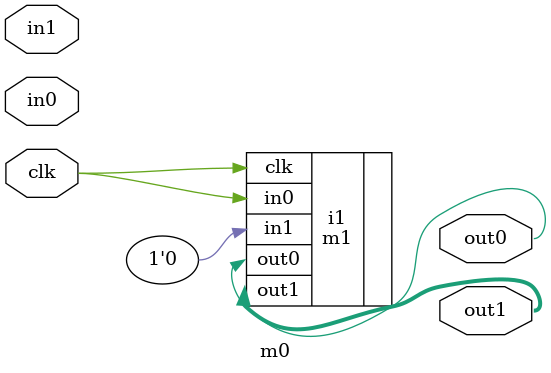
<source format=v>
module m0(
clk,
in0,
in1,
out0,
out1
);

input clk;
input [7:0] in0;
input [1:0] in1;
output out0;
output [7:0] out1;

m1 #(1) i1 (.clk(clk), .in0(clk),.in1(1'h0), .out0(out0),.out1(out1));
endmodule

</source>
